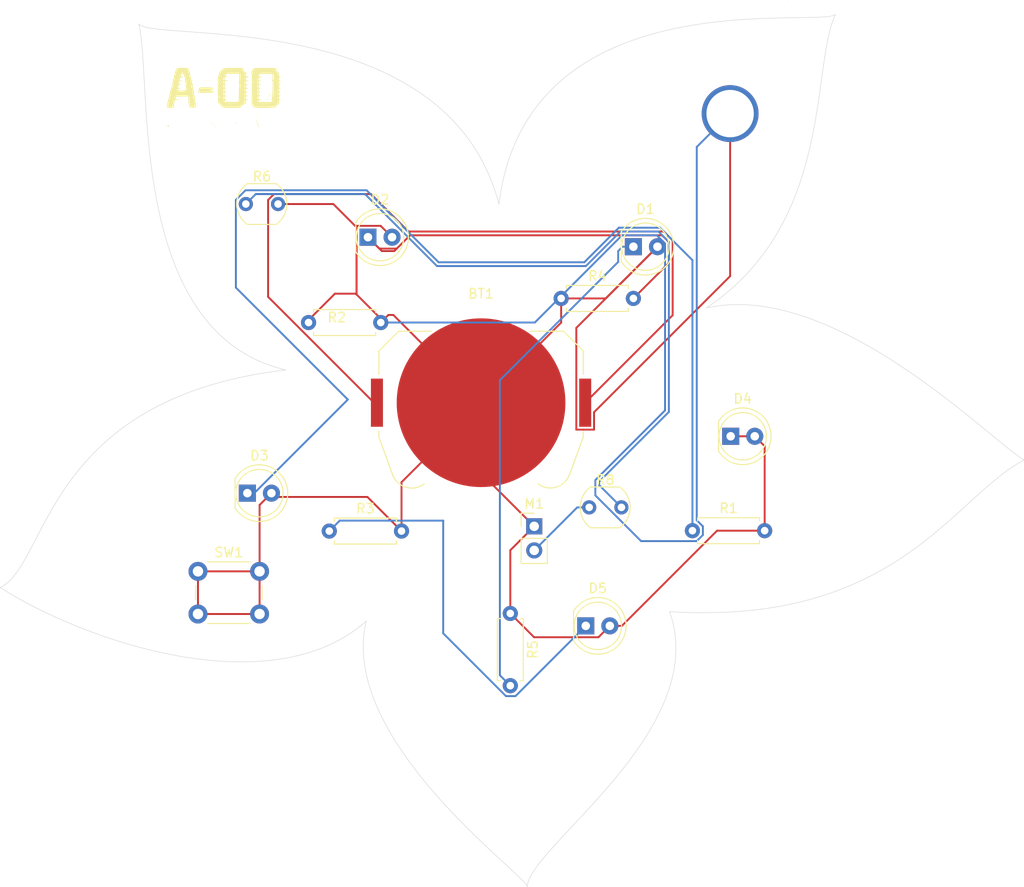
<source format=kicad_pcb>
(kicad_pcb (version 20241229) (generator "pcbnew") (generator_version "9.0")
  (layers (0 "F.Cu" signal) (2 "B.Cu" signal) (13 "F.Paste" user) (15 "B.Paste" user) (5 "F.SilkS" user "F.Silkscreen") (7 "B.SilkS" user "B.Silkscreen") (1 "F.Mask" user) (3 "B.Mask" user) (25 "Edge.Cuts" user))
  (net 0 "")
  (net 1 "VCC")
  (net 2 "Net-(D1-K)")
  (net 3 "Net-(D2-K)")
  (net 4 "Net-(D3-K)")
  (net 5 "Net-(D5-K)")
  (net 6 "Net-(M1--)")
  (net 7 "Net-(R6-Pad1)")
  (net 8 "GND")
  (footprint "LED_THT:LED_D5.0mm" (layer "F.Cu") (at 125.294287 57.541925)
    (property "Reference" "D2" (at 1.27 -3.96 0) (layer "F.SilkS"))
    (property "Value" "LED")
    (pad "1" thru_hole rect (at 0 0) (size 1.8 1.8) (drill 0.9) (layers "*.Cu" "*.Mask") (net 3 "Net-(D2-K)"))
    (pad "2" thru_hole circle (at 2.54 0) (size 1.8 1.8) (drill 0.9) (layers "*.Cu" "*.Mask") (net 8 "GND"))
  )
  (footprint "LOGO" (layer "F.Cu") (at 110.5 42)
    (property "Reference" "G***" (hide yes))
    (property "Value" "LOGO" (hide yes))
  )
  (footprint "Resistor_THT:R_Axial_DIN0207_L6.3mm_D2.5mm_P7.62mm_Horizontal" (layer "F.Cu") (at 119.024287 66.541925)
    (property "Reference" "R2" (at 2.975713 -0.541925 0) (layer "F.SilkS"))
    (property "Value" "R")
    (pad "1" thru_hole circle (at 0 0) (size 1.6 1.6) (drill 0.8) (layers "*.Cu" "*.Mask") (net 8 "GND"))
    (pad "2" thru_hole circle (at 7.62 0) (size 1.6 1.6) (drill 0.8) (layers "*.Cu" "*.Mask") (net 8 "GND"))
  )
  (footprint "LED_THT:LED_D5.0mm" (layer "F.Cu") (at 163.557637 78.541925)
    (property "Reference" "D4" (at 1.27 -3.96 0) (layer "F.SilkS"))
    (property "Value" "LED" (hide yes))
    (pad "1" thru_hole rect (at 0 0) (size 1.8 1.8) (drill 0.9) (layers "*.Cu" "*.Mask") (net 8 "GND"))
    (pad "2" thru_hole circle (at 2.54 0) (size 1.8 1.8) (drill 0.9) (layers "*.Cu" "*.Mask") (net 8 "GND"))
  )
  (footprint "LED_THT:LED_D5.0mm" (layer "F.Cu") (at 148.27 98.541925)
    (property "Reference" "D5" (at 1.27 -3.96 0) (layer "F.SilkS"))
    (property "Value" "LED")
    (pad "1" thru_hole rect (at 0 0) (size 1.8 1.8) (drill 0.9) (layers "*.Cu" "*.Mask") (net 5 "Net-(D5-K)"))
    (pad "2" thru_hole circle (at 2.54 0) (size 1.8 1.8) (drill 0.9) (layers "*.Cu" "*.Mask") (net 8 "GND"))
  )
  (footprint "Resistor_THT:R_Axial_DIN0207_L6.3mm_D2.5mm_P7.62mm_Horizontal" (layer "F.Cu") (at 140.31 97.231925 -90)
    (property "Reference" "R5" (at 3.81 -2.37 90) (layer "F.SilkS"))
    (property "Value" "R")
    (pad "1" thru_hole circle (at 0 0 270) (size 1.6 1.6) (drill 0.8) (layers "*.Cu" "*.Mask") (net 8 "GND"))
    (pad "2" thru_hole circle (at 7.62 0 270) (size 1.6 1.6) (drill 0.8) (layers "*.Cu" "*.Mask") (net 2 "Net-(D1-K)"))
  )
  (footprint "Resistor_THT:R_Axial_DIN0207_L6.3mm_D2.5mm_P7.62mm_Horizontal" (layer "F.Cu") (at 145.674287 64)
    (property "Reference" "R4" (at 3.81 -2.37 0) (layer "F.SilkS"))
    (property "Value" "R")
    (pad "1" thru_hole circle (at 0 0) (size 1.6 1.6) (drill 0.8) (layers "*.Cu" "*.Mask") (net 8 "GND"))
    (pad "2" thru_hole circle (at 7.62 0) (size 1.6 1.6) (drill 0.8) (layers "*.Cu" "*.Mask") (net 3 "Net-(D2-K)"))
  )
  (footprint "LED_THT:LED_D5.0mm" (layer "F.Cu") (at 153.294287 58.541925)
    (property "Reference" "D1" (at 1.27 -3.96 0) (layer "F.SilkS"))
    (property "Value" "LED")
    (pad "1" thru_hole rect (at 0 0) (size 1.8 1.8) (drill 0.9) (layers "*.Cu" "*.Mask") (net 2 "Net-(D1-K)"))
    (pad "2" thru_hole circle (at 2.54 0) (size 1.8 1.8) (drill 0.9) (layers "*.Cu" "*.Mask") (net 8 "GND"))
  )
  (footprint "OptoDevice:R_LDR_5.1x4.3mm_P3.4mm_Vertical" (layer "F.Cu") (at 112.41 54.041925)
    (property "Reference" "R6" (at 1.7 -2.9 0) (layer "F.SilkS"))
    (property "Value" "R_Photo")
    (pad "1" thru_hole circle (at 0 0) (size 1.5 1.5) (drill 0.8) (layers "*.Cu" "*.Mask") (net 7 "Net-(R6-Pad1)"))
    (pad "2" thru_hole circle (at 3.4 0) (size 1.5 1.5) (drill 0.8) (layers "*.Cu" "*.Mask") (net 8 "GND"))
  )
  (footprint "Resistor_THT:R_Axial_DIN0207_L6.3mm_D2.5mm_P7.62mm_Horizontal" (layer "F.Cu") (at 159.522637 88.5)
    (property "Reference" "R1" (at 3.81 -2.37 0) (layer "F.SilkS"))
    (property "Value" "R")
    (pad "1" thru_hole circle (at 0 0) (size 1.6 1.6) (drill 0.8) (layers "*.Cu" "*.Mask") (net 4 "Net-(D3-K)"))
    (pad "2" thru_hole circle (at 7.62 0) (size 1.6 1.6) (drill 0.8) (layers "*.Cu" "*.Mask") (net 8 "GND"))
  )
  (footprint "OptoDevice:R_LDR_5.1x4.3mm_P3.4mm_Vertical" (layer "F.Cu") (at 148.632637 86.041925)
    (property "Reference" "R8" (at 1.7 -2.9 0) (layer "F.SilkS"))
    (property "Value" "R")
    (pad "1" thru_hole circle (at 0 0) (size 1.5 1.5) (drill 0.8) (layers "*.Cu" "*.Mask") (net 6 "Net-(M1--)"))
    (pad "2" thru_hole circle (at 3.4 0) (size 1.5 1.5) (drill 0.8) (layers "*.Cu" "*.Mask") (net 7 "Net-(R6-Pad1)"))
  )
  (footprint "LED_THT:LED_D5.0mm" (layer "F.Cu") (at 112.57 84.541925)
    (property "Reference" "D3" (at 1.27 -3.96 0) (layer "F.SilkS"))
    (property "Value" "LED")
    (pad "1" thru_hole rect (at 0 0) (size 1.8 1.8) (drill 0.9) (layers "*.Cu" "*.Mask") (net 4 "Net-(D3-K)"))
    (pad "2" thru_hole circle (at 2.54 0) (size 1.8 1.8) (drill 0.9) (layers "*.Cu" "*.Mask") (net 8 "GND"))
  )
  (footprint "Button_Switch_THT:SW_PUSH_6mm" (layer "F.Cu") (at 107.36 92.791925)
    (property "Reference" "SW1" (at 3.25 -2 0) (layer "F.SilkS"))
    (property "Value" "SW_Push" (hide yes))
    (pad "1" thru_hole circle (at 0 0 90) (size 2 2) (drill 1.1) (layers "*.Cu" "*.Mask") (net 8 "GND"))
    (pad "1" thru_hole circle (at 6.5 0 90) (size 2 2) (drill 1.1) (layers "*.Cu" "*.Mask") (net 8 "GND"))
    (pad "2" thru_hole circle (at 0 4.5 90) (size 2 2) (drill 1.1) (layers "*.Cu" "*.Mask") (net 8 "GND"))
    (pad "2" thru_hole circle (at 6.5 4.5 90) (size 2 2) (drill 1.1) (layers "*.Cu" "*.Mask") (net 8 "GND"))
  )
  (footprint "Connector_PinHeader_2.54mm:PinHeader_1x02_P2.54mm_Vertical" (layer "F.Cu") (at 142.832637 88.041925)
    (property "Reference" "M1" (at 0 -2.38 0) (layer "F.SilkS"))
    (property "Value" "Motor_DC" (hide yes))
    (pad "1" thru_hole rect (at 0 0) (size 1.7 1.7) (drill 1) (layers "*.Cu" "*.Mask") (net 8 "GND"))
    (pad "2" thru_hole circle (at 0 2.54) (size 1.7 1.7) (drill 1) (layers "*.Cu" "*.Mask") (net 6 "Net-(M1--)"))
  )
  (footprint "Resistor_THT:R_Axial_DIN0207_L6.3mm_D2.5mm_P7.62mm_Horizontal" (layer "F.Cu") (at 121.212637 88.541925)
    (property "Reference" "R3" (at 3.81 -2.37 0) (layer "F.SilkS"))
    (property "Value" "R")
    (pad "1" thru_hole circle (at 0 0) (size 1.6 1.6) (drill 0.8) (layers "*.Cu" "*.Mask") (net 5 "Net-(D5-K)"))
    (pad "2" thru_hole circle (at 7.62 0) (size 1.6 1.6) (drill 0.8) (layers "*.Cu" "*.Mask") (net 8 "GND"))
  )
  (footprint "Battery:BatteryHolder_Keystone_3034_1x20mm" (layer "F.Cu") (at 137.224287 75)
    (property "Reference" "BT1" (at 0 -11.5 0) (layer "F.SilkS"))
    (property "Value" "Battery")
    (pad "1" smd rect (at -10.985 0) (size 1.27 5.08) (layers "F.Cu" "F.Mask" "F.Paste") (net 1 "VCC"))
    (pad "1" smd rect (at 10.985 0) (size 1.27 5.08) (layers "F.Cu" "F.Mask" "F.Paste") (net 1 "VCC"))
    (pad "2" smd circle (at 0 0) (size 17.8 17.8) (layers "F.Cu" "F.Mask") (net 8 "GND"))
  )
  (gr_curve (pts (xy 169.60835 32.541925) (xy 169.60835 32.541925) (xy 169.60835 32.541925) (xy 169.60835 32.541925)) (stroke (width 0.05)) (layer "Edge.Cuts"))
  (gr_curve (pts (xy 116.60835 71.541925) (xy 99.60835 67.541925) (xy 102.60835 40.541925) (xy 101.10835 35.041925)) (stroke (width 0.05)) (layer "Edge.Cuts"))
  (gr_curve (pts (xy 116.60835 71.541925) (xy 91.10835 74.541925) (xy 91.60835 92.041925) (xy 86.5 94.5)) (stroke (width 0.05)) (layer "Edge.Cuts"))
  (gr_curve (pts (xy 125.10835 98.041925) (xy 115 107) (xy 95.10835 100.041925) (xy 86.5 94.5)) (stroke (width 0.05)) (layer "Edge.Cuts"))
  (gr_curve (pts (xy 149.61 83.541925) (xy 149.61 83.541925) (xy 149.61 83.541925) (xy 149.61 83.541925)) (stroke (width 0.05)) (layer "Edge.Cuts"))
  (gr_curve (pts (xy 161 65) (xy 174.5 56) (xy 172 39.5) (xy 174.60835 34.041925)) (stroke (width 0.05)) (layer "Edge.Cuts"))
  (gr_curve (pts (xy 144.60835 58.541925) (xy 144.60835 58.541925) (xy 144.60835 58.541925) (xy 144.60835 58.541925)) (stroke (width 0.05)) (layer "Edge.Cuts"))
  (gr_curve (pts (xy 149.61 83.541925) (xy 149.61 83.541925) (xy 149.61 83.541925) (xy 149.61 83.541925)) (stroke (width 0.05)) (layer "Edge.Cuts"))
  (gr_curve (pts (xy 161 65) (xy 174.5 62) (xy 191 79) (xy 194.5 81.041925)) (stroke (width 0.05)) (layer "Edge.Cuts"))
  (gr_curve (pts (xy 139.10835 54.041925) (xy 142.10835 30.041925) (xy 173 35.5) (xy 174.60835 34.041925)) (stroke (width 0.05)) (layer "Edge.Cuts"))
  (gr_curve (pts (xy 125.10835 98.041925) (xy 122.10835 110.541925) (xy 141.60835 124.541925) (xy 142.10835 126.041925)) (stroke (width 0.05)) (layer "Edge.Cuts"))
  (gr_curve (pts (xy 139.10835 54.041925) (xy 133.60835 33.041925) (xy 102.60835 37.041925) (xy 101.10835 35.041925)) (stroke (width 0.05)) (layer "Edge.Cuts"))
  (gr_curve (pts (xy 157.10835 97.041925) (xy 181.10835 98.541925) (xy 187 85) (xy 194.5 81.041925)) (stroke (width 0.05)) (layer "Edge.Cuts"))
  (gr_curve (pts (xy 157.10835 97.041925) (xy 161.60835 109.541925) (xy 142.10835 122.041925) (xy 142.10835 126.041925)) (stroke (width 0.05)) (layer "Edge.Cuts"))
  (segment (start 157.436287 57.878354) (end 157.436287 65.773) (width 0.2) (layer "F.Cu") (net 1))
  (segment (start 114.759 63.833688) (end 114.759 53.606586) (width 0.2) (layer "F.Cu") (net 1))
  (segment (start 125.925312 75) (end 114.759 63.833688) (width 0.2) (layer "F.Cu") (net 1))
  (segment (start 129.567658 56.939925) (end 156.497858 56.939925) (width 0.2) (layer "F.Cu") (net 1))
  (segment (start 115.374661 52.990925) (end 125.618658 52.990925) (width 0.2) (layer "F.Cu") (net 1))
  (segment (start 156.497858 56.939925) (end 157.436287 57.878354) (width 0.2) (layer "F.Cu") (net 1))
  (segment (start 126.239287 75) (end 125.925312 75) (width 0.2) (layer "F.Cu") (net 1))
  (segment (start 157.436287 65.773) (end 148.209287 75) (width 0.2) (layer "F.Cu") (net 1))
  (segment (start 114.759 53.606586) (end 115.374661 52.990925) (width 0.2) (layer "F.Cu") (net 1))
  (segment (start 125.618658 52.990925) (end 129.567658 56.939925) (width 0.2) (layer "F.Cu") (net 1))
  (segment (start 152.150362 58.541925) (end 151.692287 59) (width 0.2) (layer "B.Cu") (net 2))
  (segment (start 153.294287 59.205713) (end 152.630499 59.205713) (width 0.2) (layer "B.Cu") (net 2))
  (segment (start 139.209 103.750925) (end 140.31 104.851925) (width 0.2) (layer "B.Cu") (net 2))
  (segment (start 151.692287 59) (end 151.692287 60.143925) (width 0.2) (layer "B.Cu") (net 2))
  (segment (start 139.209 72.627212) (end 139.209 103.750925) (width 0.2) (layer "B.Cu") (net 2))
  (segment (start 151.692287 60.143925) (end 139.209 72.627212) (width 0.2) (layer "B.Cu") (net 2))
  (segment (start 153.294287 58.541925) (end 152.150362 58.541925) (width 0.2) (layer "B.Cu") (net 2))
  (segment (start 153.294287 58.541925) (end 153.294287 59.205713) (width 0.2) (layer "B.Cu") (net 2))
  (segment (start 152.494287 59.341925) (end 152.494287 59.009725) (width 0.2) (layer "B.Cu") (net 2))
  (segment (start 156.331758 57.340925) (end 129.733758 57.340925) (width 0.2) (layer "F.Cu") (net 3))
  (segment (start 126.752362 59) (end 125.294287 57.541925) (width 0.2) (layer "F.Cu") (net 3))
  (segment (start 157.035287 60.259) (end 157.035287 58.044454) (width 0.2) (layer "F.Cu") (net 3))
  (segment (start 125.294287 57.541925) (end 126.495287 58.742925) (width 0.2) (layer "F.Cu") (net 3))
  (segment (start 157.035287 58.044454) (end 156.331758 57.340925) (width 0.2) (layer "F.Cu") (net 3))
  (segment (start 129.733758 57.340925) (end 128.074683 59) (width 0.2) (layer "F.Cu") (net 3))
  (segment (start 153.294287 64) (end 157.035287 60.259) (width 0.2) (layer "F.Cu") (net 3))
  (segment (start 126.495287 58.742925) (end 128.331758 58.742925) (width 0.2) (layer "F.Cu") (net 3))
  (segment (start 128.074683 59) (end 126.752362 59) (width 0.2) (layer "F.Cu") (net 3))
  (segment (start 111.359 62.858838) (end 111.359 53.606586) (width 0.2) (layer "B.Cu") (net 4))
  (segment (start 113.294287 84.541925) (end 112.57 84.541925) (width 0.2) (layer "B.Cu") (net 4))
  (segment (start 112.375661 52.589925) (end 125.147858 52.589925) (width 0.2) (layer "B.Cu") (net 4))
  (segment (start 132.745133 60.1872) (end 148.112812 60.1872) (width 0.2) (layer "B.Cu") (net 4))
  (segment (start 148.112812 60.1872) (end 151.761087 56.538925) (width 0.2) (layer "B.Cu") (net 4))
  (segment (start 151.761087 56.538925) (end 156.096858 56.538925) (width 0.2) (layer "B.Cu") (net 4))
  (segment (start 113.294287 84.541925) (end 123.168187 74.668025) (width 0.2) (layer "B.Cu") (net 4))
  (segment (start 123.168187 74.668025) (end 111.359 62.858838) (width 0.2) (layer "B.Cu") (net 4))
  (segment (start 125.147858 52.589925) (end 132.745133 60.1872) (width 0.2) (layer "B.Cu") (net 4))
  (segment (start 156.096858 56.538925) (end 159.522637 59.964704) (width 0.2) (layer "B.Cu") (net 4))
  (segment (start 159.522637 59.964704) (end 159.522637 88.541925) (width 0.2) (layer "B.Cu") (net 4))
  (segment (start 111.359 53.606586) (end 112.375661 52.589925) (width 0.2) (layer "B.Cu") (net 4))
  (segment (start 140.859 105.952925) (end 148.27 98.541925) (width 0.2) (layer "B.Cu") (net 5))
  (segment (start 121.212637 88.541925) (end 122.313637 87.440925) (width 0.2) (layer "B.Cu") (net 5))
  (segment (start 133.231637 87.440925) (end 133.231637 99.330612) (width 0.2) (layer "B.Cu") (net 5))
  (segment (start 122.313637 87.440925) (end 133.231637 87.440925) (width 0.2) (layer "B.Cu") (net 5))
  (segment (start 139.85395 105.952925) (end 140.859 105.952925) (width 0.2) (layer "B.Cu") (net 5))
  (segment (start 133.231637 99.330612) (end 139.85395 105.952925) (width 0.2) (layer "B.Cu") (net 5))
  (segment (start 147.372637 86.041925) (end 148.632637 86.041925) (width 0.2) (layer "B.Cu") (net 6))
  (segment (start 142.832637 90.581925) (end 147.372637 86.041925) (width 0.2) (layer "B.Cu") (net 6))
  (segment (start 124.981758 52.990925) (end 124.990879 53.000046) (width 0.2) (layer "B.Cu") (net 7))
  (segment (start 148.278912 60.5882) (end 151.927187 56.939925) (width 0.2) (layer "B.Cu") (net 7))
  (segment (start 149.683637 83.328112) (end 149.683637 83.692925) (width 0.2) (layer "B.Cu") (net 7))
  (segment (start 124.981757 52.990925) (end 113.461 52.990925) (width 0.2) (layer "B.Cu") (net 7))
  (segment (start 157.035287 58.044454) (end 157.035287 75.976462) (width 0.2) (layer "B.Cu") (net 7))
  (segment (start 124.981758 52.990925) (end 124.995416 53.004584) (width 0.2) (layer "B.Cu") (net 7))
  (segment (start 151.927187 56.939925) (end 155.930758 56.939925) (width 0.2) (layer "B.Cu") (net 7))
  (segment (start 113.461 52.990925) (end 112.41 54.041925) (width 0.2) (layer "B.Cu") (net 7))
  (segment (start 124.995416 53.004584) (end 132.579033 60.5882) (width 0.2) (layer "B.Cu") (net 7))
  (segment (start 157.035287 75.976462) (end 149.683637 83.328112) (width 0.2) (layer "B.Cu") (net 7))
  (segment (start 124.995416 53.004584) (end 124.981757 52.990925) (width 0.2) (layer "B.Cu") (net 7))
  (segment (start 113.461 52.990925) (end 124.981758 52.990925) (width 0.2) (layer "B.Cu") (net 7))
  (segment (start 132.579033 60.5882) (end 148.278912 60.5882) (width 0.2) (layer "B.Cu") (net 7))
  (segment (start 149.683637 83.692925) (end 152.032637 86.041925) (width 0.2) (layer "B.Cu") (net 7))
  (segment (start 155.930758 56.939925) (end 157.035287 58.044454) (width 0.2) (layer "B.Cu") (net 7))
  (segment (start 149.609 99.742925) (end 142.821 99.742925) (width 0.2) (layer "F.Cu") (net 8))
  (segment (start 113.86 97.291925) (end 113.86 92.791925) (width 0.2) (layer "F.Cu") (net 8))
  (segment (start 121.635212 54.041925) (end 124.093287 56.5) (width 0.2) (layer "F.Cu") (net 8))
  (segment (start 140.31 90.564562) (end 140.31 97.231925) (width 0.2) (layer "F.Cu") (net 8))
  (segment (start 142.832637 88.041925) (end 137.224287 82.433575) (width 0.2) (layer "F.Cu") (net 8))
  (segment (start 127.444286 65.741926) (end 127.966213 65.741926) (width 0.2) (layer "F.Cu") (net 8))
  (segment (start 147.273287 77.841) (end 147.273287 67.102925) (width 0.2) (layer "F.Cu") (net 8))
  (segment (start 124.093287 56.5) (end 124.093287 63.589925) (width 0.2) (layer "F.Cu") (net 8))
  (segment (start 113.86 92.791925) (end 113.86 85.791925) (width 0.2) (layer "F.Cu") (net 8))
  (segment (start 147.273287 67.102925) (end 155.834287 58.541925) (width 0.2) (layer "F.Cu") (net 8))
  (segment (start 121.807462 63.5) (end 118.931637 66.375825) (width 0.2) (layer "F.Cu") (net 8))
  (segment (start 115.81 54.041925) (end 121.635212 54.041925) (width 0.2) (layer "F.Cu") (net 8))
  (segment (start 163.5 61.645288) (end 149.145287 76.000001) (width 0.2) (layer "F.Cu") (net 8))
  (segment (start 149.145287 77.841) (end 147.273287 77.841) (width 0.2) (layer "F.Cu") (net 8))
  (segment (start 113.86 97.291925) (end 107.36 97.291925) (width 0.2) (layer "F.Cu") (net 8))
  (segment (start 145.674287 66.55) (end 137.224287 75) (width 0.2) (layer "F.Cu") (net 8))
  (segment (start 145.674287 64) (end 145.674287 66.55) (width 0.2) (layer "F.Cu") (net 8))
  (segment (start 124.093287 56.340925) (end 124.093287 63.589925) (width 0.2) (layer "F.Cu") (net 8))
  (segment (start 125.233637 84.942925) (end 115.11 84.942925) (width 0.2) (layer "F.Cu") (net 8))
  (segment (start 113.86 85.791925) (end 114.82645 84.825475) (width 0.2) (layer "F.Cu") (net 8))
  (segment (start 127.966213 65.741926) (end 136.823287 74.599) (width 0.2) (layer "F.Cu") (net 8))
  (segment (start 149.145287 76.000001) (end 149.145287 77.841) (width 0.2) (layer "F.Cu") (net 8))
  (segment (start 150.376212 64) (end 155.834287 58.541925) (width 0.2) (layer "F.Cu") (net 8))
  (segment (start 136.823287 74.599) (end 137.390387 74.599) (width 0.2) (layer "F.Cu") (net 8))
  (segment (start 124.093287 63.589925) (end 126.644287 66.140925) (width 0.2) (layer "F.Cu") (net 8))
  (segment (start 124.003362 63.5) (end 121.807462 63.5) (width 0.2) (layer "F.Cu") (net 8))
  (segment (start 145.674287 64) (end 150.376212 64) (width 0.2) (layer "F.Cu") (net 8))
  (segment (start 162.124717 88.5) (end 167.142637 88.5) (width 0.2) (layer "F.Cu") (net 8))
  (segment (start 166.097637 78.541925) (end 163.557637 78.541925) (width 0.2) (layer "F.Cu") (net 8))
  (segment (start 150.81 98.541925) (end 149.609 99.742925) (width 0.2) (layer "F.Cu") (net 8))
  (segment (start 137.224287 82.433575) (end 137.224287 75) (width 0.2) (layer "F.Cu") (net 8))
  (segment (start 142.821 99.742925) (end 140.31 97.231925) (width 0.2) (layer "F.Cu") (net 8))
  (segment (start 163.5 44.5) (end 163.5 61.645288) (width 0.2) (layer "F.Cu") (net 8))
  (segment (start 167.142637 79.586925) (end 166.381187 78.825475) (width 0.2) (layer "F.Cu") (net 8))
  (segment (start 126.633287 56.340925) (end 124.093287 56.340925) (width 0.2) (layer "F.Cu") (net 8))
  (segment (start 128.832637 88.541925) (end 128.832637 83.39165) (width 0.2) (layer "F.Cu") (net 8))
  (segment (start 128.832637 83.39165) (end 137.224287 75) (width 0.2) (layer "F.Cu") (net 8))
  (segment (start 142.832637 88.041925) (end 140.31 90.564562) (width 0.2) (layer "F.Cu") (net 8))
  (segment (start 124.093287 56.340925) (end 124.093287 56.5) (width 0.2) (layer "F.Cu") (net 8))
  (segment (start 150.81 98.541925) (end 152.082792 98.541925) (width 0.2) (layer "F.Cu") (net 8))
  (segment (start 107.36 92.791925) (end 113.86 92.791925) (width 0.2) (layer "F.Cu") (net 8))
  (segment (start 124.093287 63.589925) (end 124.003362 63.5) (width 0.2) (layer "F.Cu") (net 8))
  (segment (start 126.644287 66.541925) (end 127.444286 65.741926) (width 0.2) (layer "F.Cu") (net 8))
  (segment (start 128.832637 88.541925) (end 125.233637 84.942925) (width 0.2) (layer "F.Cu") (net 8))
  (segment (start 127.834287 57.541925) (end 126.633287 56.340925) (width 0.2) (layer "F.Cu") (net 8))
  (segment (start 167.142637 88.5) (end 167.142637 79.586925) (width 0.2) (layer "F.Cu") (net 8))
  (segment (start 107.36 97.291925) (end 107.36 92.791925) (width 0.2) (layer "F.Cu") (net 8))
  (segment (start 152.082792 98.541925) (end 162.124717 88.5) (width 0.2) (layer "F.Cu") (net 8))
  (segment (start 164 44) (end 164 42.5) (width 0.2) (layer "F.Cu") (net 8))
  (via (at 163.5 44.5) (size 6) (drill 5) (layers "F.Cu" "B.Cu") (net 8))
  (segment (start 149.282637 84.778264) (end 149.282637 83.162012) (width 0.2) (layer "B.Cu") (net 8))
  (segment (start 142.892287 66.541925) (end 126.644287 66.541925) (width 0.2) (layer "B.Cu") (net 8))
  (segment (start 160.623637 88.04395) (end 160.623637 88.95605) (width 0.2) (layer "B.Cu") (net 8))
  (segment (start 154.105373 89.601) (end 149.282637 84.778264) (width 0.2) (layer "B.Cu") (net 8))
  (segment (start 159.978687 89.601) (end 154.105373 89.601) (width 0.2) (layer "B.Cu") (net 8))
  (segment (start 156.634287 58.210554) (end 155.764658 57.340925) (width 0.2) (layer "B.Cu") (net 8))
  (segment (start 163.5 44.5) (end 159.978687 48.021313) (width 0.2) (layer "B.Cu") (net 8))
  (segment (start 155.764658 57.340925) (end 152.093287 57.340925) (width 0.2) (layer "B.Cu") (net 8))
  (segment (start 149.282637 83.162012) (end 156.634287 75.810362) (width 0.2) (layer "B.Cu") (net 8))
  (segment (start 159.978687 48.021313) (end 159.978687 87.399) (width 0.2) (layer "B.Cu") (net 8))
  (segment (start 159.978687 87.399) (end 160.623637 88.04395) (width 0.2) (layer "B.Cu") (net 8))
  (segment (start 160.623637 88.95605) (end 159.978687 89.601) (width 0.2) (layer "B.Cu") (net 8))
  (segment (start 152.093287 57.340925) (end 142.892287 66.541925) (width 0.2) (layer "B.Cu") (net 8))
  (segment (start 156.634287 75.810362) (end 156.634287 58.210554) (width 0.2) (layer "B.Cu") (net 8))
)
</source>
